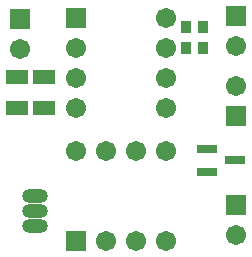
<source format=gts>
G04 Layer_Color=8388736*
%FSLAX44Y44*%
%MOMM*%
G71*
G01*
G75*
%ADD24R,0.9032X1.1032*%
%ADD25R,1.6532X0.8032*%
%ADD26R,1.9032X1.3032*%
%ADD27O,2.2032X1.2032*%
%ADD28O,2.2032X1.2032*%
%ADD29R,1.7032X1.7032*%
%ADD30C,1.7032*%
%ADD31R,1.7032X1.7032*%
D24*
X162500Y177500D02*
D03*
X177500D02*
D03*
X162500Y195000D02*
D03*
X177500D02*
D03*
D25*
X180750Y92000D02*
D03*
Y73000D02*
D03*
X204250Y82500D02*
D03*
D26*
X42500Y153500D02*
D03*
Y126500D02*
D03*
X20000Y153500D02*
D03*
Y126500D02*
D03*
D27*
X35000Y27300D02*
D03*
Y40000D02*
D03*
D28*
Y52700D02*
D03*
D29*
X69400Y14400D02*
D03*
X205000Y45000D02*
D03*
Y205000D02*
D03*
Y120000D02*
D03*
X22500Y202500D02*
D03*
D30*
X94800Y14400D02*
D03*
X120200D02*
D03*
X145600D02*
D03*
X69400Y90600D02*
D03*
X94800D02*
D03*
X120200D02*
D03*
X145600D02*
D03*
X205000Y19600D02*
D03*
Y179600D02*
D03*
Y145400D02*
D03*
X69400Y177700D02*
D03*
Y152300D02*
D03*
Y126900D02*
D03*
X145600Y203100D02*
D03*
Y177700D02*
D03*
Y152300D02*
D03*
Y126900D02*
D03*
X22500Y177100D02*
D03*
D31*
X69400Y203100D02*
D03*
M02*

</source>
